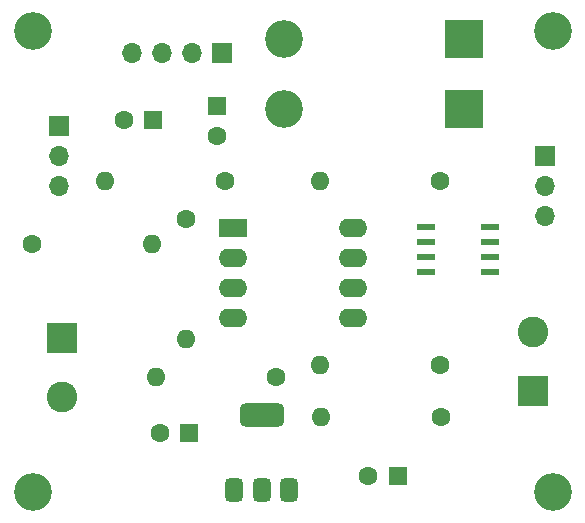
<source format=gbr>
%TF.GenerationSoftware,KiCad,Pcbnew,8.0.1*%
%TF.CreationDate,2024-08-21T14:38:24-03:00*%
%TF.ProjectId,monitoreo_solar,6d6f6e69-746f-4726-956f-5f736f6c6172,rev?*%
%TF.SameCoordinates,Original*%
%TF.FileFunction,Soldermask,Bot*%
%TF.FilePolarity,Negative*%
%FSLAX46Y46*%
G04 Gerber Fmt 4.6, Leading zero omitted, Abs format (unit mm)*
G04 Created by KiCad (PCBNEW 8.0.1) date 2024-08-21 14:38:24*
%MOMM*%
%LPD*%
G01*
G04 APERTURE LIST*
G04 Aperture macros list*
%AMRoundRect*
0 Rectangle with rounded corners*
0 $1 Rounding radius*
0 $2 $3 $4 $5 $6 $7 $8 $9 X,Y pos of 4 corners*
0 Add a 4 corners polygon primitive as box body*
4,1,4,$2,$3,$4,$5,$6,$7,$8,$9,$2,$3,0*
0 Add four circle primitives for the rounded corners*
1,1,$1+$1,$2,$3*
1,1,$1+$1,$4,$5*
1,1,$1+$1,$6,$7*
1,1,$1+$1,$8,$9*
0 Add four rect primitives between the rounded corners*
20,1,$1+$1,$2,$3,$4,$5,0*
20,1,$1+$1,$4,$5,$6,$7,0*
20,1,$1+$1,$6,$7,$8,$9,0*
20,1,$1+$1,$8,$9,$2,$3,0*%
G04 Aperture macros list end*
%ADD10RoundRect,0.375000X0.375000X-0.625000X0.375000X0.625000X-0.375000X0.625000X-0.375000X-0.625000X0*%
%ADD11RoundRect,0.500000X1.400000X-0.500000X1.400000X0.500000X-1.400000X0.500000X-1.400000X-0.500000X0*%
%ADD12R,1.498600X0.558800*%
%ADD13R,3.200000X3.200000*%
%ADD14O,3.200000X3.200000*%
%ADD15R,1.600000X1.600000*%
%ADD16C,1.600000*%
%ADD17R,1.700000X1.700000*%
%ADD18O,1.700000X1.700000*%
%ADD19O,1.600000X1.600000*%
%ADD20R,2.600000X2.600000*%
%ADD21C,2.600000*%
%ADD22C,3.200000*%
%ADD23R,2.400000X1.600000*%
%ADD24O,2.400000X1.600000*%
G04 APERTURE END LIST*
D10*
%TO.C,U2*%
X42070000Y-97330000D03*
D11*
X44370000Y-91030000D03*
D10*
X44370000Y-97330000D03*
X46670000Y-97330000D03*
%TD*%
D12*
%TO.C,U1*%
X63705100Y-75095000D03*
X63705100Y-76365000D03*
X63705100Y-77635000D03*
X63705100Y-78905000D03*
X58294900Y-78905000D03*
X58294900Y-77635000D03*
X58294900Y-76365000D03*
X58294900Y-75095000D03*
%TD*%
D13*
%TO.C,D2*%
X61520000Y-59175000D03*
D14*
X46280000Y-59175000D03*
%TD*%
D15*
%TO.C,C1*%
X40575000Y-64869887D03*
D16*
X40575000Y-67369887D03*
%TD*%
D17*
%TO.C,J4*%
X41000000Y-60400000D03*
D18*
X38460000Y-60400000D03*
X35920000Y-60400000D03*
X33380000Y-60400000D03*
%TD*%
D16*
%TO.C,R4*%
X41280000Y-71200000D03*
D19*
X31120000Y-71200000D03*
%TD*%
D20*
%TO.C,J3*%
X67305000Y-89000000D03*
D21*
X67305000Y-84000000D03*
%TD*%
D15*
%TO.C,C5*%
X38225000Y-92500000D03*
D16*
X35725000Y-92500000D03*
%TD*%
D17*
%TO.C,J5*%
X68400000Y-69060000D03*
D18*
X68400000Y-71600000D03*
X68400000Y-74140000D03*
%TD*%
D22*
%TO.C,H2*%
X69000000Y-97500000D03*
%TD*%
D16*
%TO.C,R11*%
X45560000Y-87800000D03*
D19*
X35400000Y-87800000D03*
%TD*%
D15*
%TO.C,C4*%
X55880113Y-96150000D03*
D16*
X53380113Y-96150000D03*
%TD*%
%TO.C,R2*%
X38000000Y-74400000D03*
D19*
X38000000Y-84560000D03*
%TD*%
D22*
%TO.C,H3*%
X25000000Y-97500000D03*
%TD*%
D17*
%TO.C,J2*%
X27200000Y-66535000D03*
D18*
X27200000Y-69075000D03*
X27200000Y-71615000D03*
%TD*%
D20*
%TO.C,J1*%
X27500000Y-84500000D03*
D21*
X27500000Y-89500000D03*
%TD*%
D15*
%TO.C,C2*%
X35200000Y-66000000D03*
D16*
X32700000Y-66000000D03*
%TD*%
D23*
%TO.C,U4*%
X41915000Y-75200000D03*
D24*
X41915000Y-77740000D03*
X41915000Y-80280000D03*
X41915000Y-82820000D03*
X52075000Y-82820000D03*
X52075000Y-80280000D03*
X52075000Y-77740000D03*
X52075000Y-75200000D03*
%TD*%
D16*
%TO.C,R9*%
X59480000Y-86800000D03*
D19*
X49320000Y-86800000D03*
%TD*%
D22*
%TO.C,H4*%
X25000000Y-58500000D03*
%TD*%
D13*
%TO.C,D1*%
X61545000Y-65075000D03*
D14*
X46305000Y-65075000D03*
%TD*%
D16*
%TO.C,R1*%
X24915000Y-76550000D03*
D19*
X35075000Y-76550000D03*
%TD*%
D16*
%TO.C,R3*%
X59480000Y-71200000D03*
D19*
X49320000Y-71200000D03*
%TD*%
D22*
%TO.C,H1*%
X69000000Y-58500000D03*
%TD*%
D16*
%TO.C,R10*%
X59585000Y-91150000D03*
D19*
X49425000Y-91150000D03*
%TD*%
M02*

</source>
